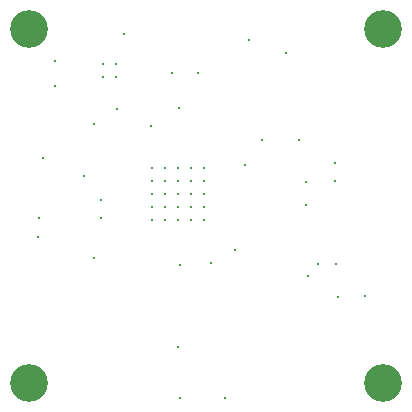
<source format=gbr>
%TF.GenerationSoftware,Altium Limited,Altium Designer,24.6.1 (21)*%
G04 Layer_Color=0*
%FSLAX45Y45*%
%MOMM*%
%TF.SameCoordinates,998BC942-C911-4A9E-BC0A-61954E215518*%
%TF.FilePolarity,Positive*%
%TF.FileFunction,Plated,1,4,PTH,Drill*%
%TF.Part,Single*%
G01*
G75*
%TA.AperFunction,OtherDrill,Pad Free-1 (84mm,85mm)*%
%ADD76C,3.20000*%
%TA.AperFunction,OtherDrill,Pad Free-1 (114mm,85mm)*%
%ADD77C,3.20000*%
%TA.AperFunction,OtherDrill,Pad Free-1 (114mm,55mm)*%
%ADD78C,3.20000*%
%TA.AperFunction,OtherDrill,Pad Free-1 (84mm,55mm)*%
%ADD79C,3.20000*%
%TA.AperFunction,ViaDrill,NotFilled*%
%ADD80C,0.25000*%
%ADD81C,0.20000*%
%ADD82C,0.30000*%
D76*
X8400000Y8500000D02*
D03*
D77*
X11400000D02*
D03*
D78*
Y5500000D02*
D03*
D79*
X8400000D02*
D03*
D80*
X10262500Y8410000D02*
D03*
X9432500Y7675000D02*
D03*
X9150000Y7820000D02*
D03*
X9675000Y7832500D02*
D03*
X9207500Y8455000D02*
D03*
X8620000Y8230000D02*
D03*
Y8020000D02*
D03*
X10750000Y7205000D02*
D03*
X9662500Y5810000D02*
D03*
X10750000Y7007500D02*
D03*
X10995000Y7362500D02*
D03*
Y7215000D02*
D03*
X10685000Y7560000D02*
D03*
X10372500Y7557500D02*
D03*
X8955000Y7695000D02*
D03*
X8522500Y7407500D02*
D03*
X8950000Y6560000D02*
D03*
X9947500Y6517500D02*
D03*
X9682500Y5375000D02*
D03*
X10065000Y5377500D02*
D03*
X10852500Y6510000D02*
D03*
X11022500Y6232500D02*
D03*
X11001885Y6513925D02*
D03*
X10767500Y6405000D02*
D03*
X11247500Y6242500D02*
D03*
X10227500Y7347500D02*
D03*
X10150000Y6627500D02*
D03*
X9677500Y6497500D02*
D03*
X8870000Y7257500D02*
D03*
X9010000Y7050000D02*
D03*
X8480000Y6740000D02*
D03*
X8490000Y6900000D02*
D03*
X9010000D02*
D03*
D81*
X9445000Y7325000D02*
D03*
X9555000D02*
D03*
X9665000D02*
D03*
X9775000D02*
D03*
X9885000D02*
D03*
X9445000Y7215000D02*
D03*
X9555000D02*
D03*
X9665000D02*
D03*
X9775000D02*
D03*
X9885000D02*
D03*
X9445000Y7105000D02*
D03*
X9555000D02*
D03*
X9665000D02*
D03*
X9775000D02*
D03*
X9885000D02*
D03*
X9445000Y6995000D02*
D03*
X9555000D02*
D03*
X9665000D02*
D03*
X9775000D02*
D03*
X9885000D02*
D03*
X9445000Y6885000D02*
D03*
X9555000D02*
D03*
X9665000D02*
D03*
X9775000D02*
D03*
X9885000D02*
D03*
X9027500Y8205000D02*
D03*
Y8095000D02*
D03*
X9137500D02*
D03*
Y8205000D02*
D03*
D82*
X10574500Y8293250D02*
D03*
X9831497Y8127329D02*
D03*
X9612500Y8130000D02*
D03*
%TF.MD5,c1a11e18eb294858c9476a29a98c5e30*%
M02*

</source>
